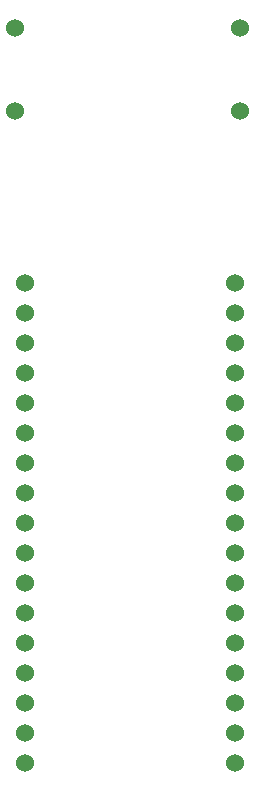
<source format=gbs>
G04 #@! TF.GenerationSoftware,KiCad,Pcbnew,5.0.1-33cea8e~66~ubuntu18.04.1*
G04 #@! TF.CreationDate,2018-10-13T22:06:55+09:00*
G04 #@! TF.ProjectId,pendant,70656E64616E742E6B696361645F7063,rev?*
G04 #@! TF.SameCoordinates,Original*
G04 #@! TF.FileFunction,Soldermask,Bot*
G04 #@! TF.FilePolarity,Negative*
%FSLAX46Y46*%
G04 Gerber Fmt 4.6, Leading zero omitted, Abs format (unit mm)*
G04 Created by KiCad (PCBNEW 5.0.1-33cea8e~66~ubuntu18.04.1) date 2018年10月13日 22時06分55秒*
%MOMM*%
%LPD*%
G01*
G04 APERTURE LIST*
%ADD10C,1.524000*%
G04 APERTURE END LIST*
D10*
G04 #@! TO.C,J1*
X123190000Y-62860000D03*
X123190000Y-69860000D03*
G04 #@! TD*
G04 #@! TO.C,J2*
X142240000Y-69860000D03*
X142240000Y-62860000D03*
G04 #@! TD*
G04 #@! TO.C,U1*
X124035001Y-84455001D03*
X124035001Y-86995001D03*
X124035001Y-89535001D03*
X124035001Y-92075001D03*
X124035001Y-94615001D03*
X124035001Y-97155001D03*
X124035001Y-99695001D03*
X124035001Y-102235001D03*
X124035001Y-104775001D03*
X124035001Y-107315001D03*
X124035001Y-109855001D03*
X124035001Y-112395001D03*
X124035001Y-114935001D03*
X124035001Y-117475001D03*
X124035001Y-120015001D03*
X124035001Y-122555001D03*
X124035001Y-125095001D03*
X141815001Y-125095001D03*
X141815001Y-122555001D03*
X141815001Y-120015001D03*
X141815001Y-117475001D03*
X141815001Y-114935001D03*
X141815001Y-112395001D03*
X141815001Y-109855001D03*
X141815001Y-107315001D03*
X141815001Y-104775001D03*
X141815001Y-102235001D03*
X141815001Y-99695001D03*
X141815001Y-97155001D03*
X141815001Y-94615001D03*
X141815001Y-92075001D03*
X141815001Y-89535001D03*
X141815001Y-86995001D03*
X141815001Y-84455001D03*
G04 #@! TD*
M02*

</source>
